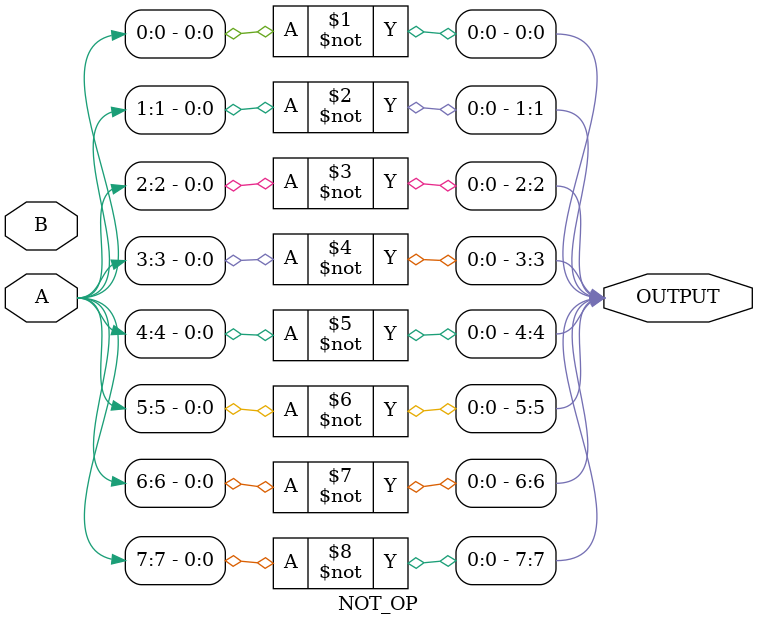
<source format=v>
`timescale 1ns / 1ps


module NOT_OP(input [7:0] A,input B,
    output [7:0] OUTPUT);
    
    
    not n0(OUTPUT[0],A[0]);
    not n1(OUTPUT[1],A[1]);
    not n2(OUTPUT[2],A[2]);
    not n3(OUTPUT[3],A[3]);
    not n4(OUTPUT[4],A[4]);
    not n5(OUTPUT[5],A[5]);
    not n6(OUTPUT[6],A[6]);
    not n7(OUTPUT[7],A[7]);
    
endmodule

</source>
